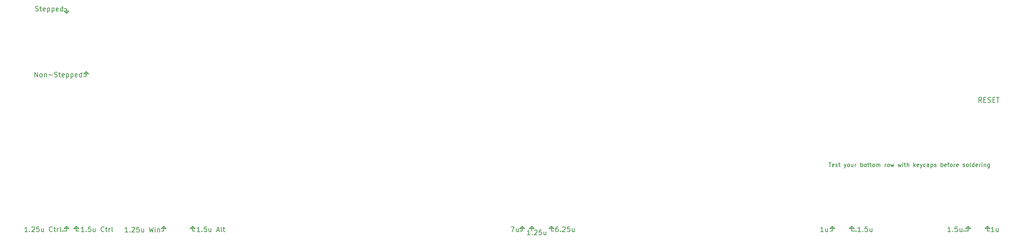
<source format=gbr>
%TF.GenerationSoftware,KiCad,Pcbnew,(6.0.2)*%
%TF.CreationDate,2022-03-07T23:58:59-05:00*%
%TF.ProjectId,FR4-universal-layout-plate,4652342d-756e-4697-9665-7273616c2d6c,rev?*%
%TF.SameCoordinates,Original*%
%TF.FileFunction,Legend,Top*%
%TF.FilePolarity,Positive*%
%FSLAX46Y46*%
G04 Gerber Fmt 4.6, Leading zero omitted, Abs format (unit mm)*
G04 Created by KiCad (PCBNEW (6.0.2)) date 2022-03-07 23:58:59*
%MOMM*%
%LPD*%
G01*
G04 APERTURE LIST*
%ADD10C,0.150000*%
%ADD11C,0.200000*%
G04 APERTURE END LIST*
D10*
X113704783Y-112514157D02*
X114895409Y-112514157D01*
X2381250Y-58340674D02*
X1785939Y-58340674D01*
X4167191Y-112514157D02*
X5357817Y-112514157D01*
X4762500Y-111918750D02*
X4167191Y-112514157D01*
X33932841Y-112514157D02*
X33337500Y-111918844D01*
X2381252Y-113109470D02*
X1190626Y-113109470D01*
X190500160Y-111918844D02*
X191095473Y-112514157D01*
X121443749Y-113109470D02*
X122039165Y-113109470D01*
X190500160Y-111918844D02*
X189904847Y-112514157D01*
X121443749Y-111918844D02*
X120848539Y-112514157D01*
X224433001Y-112514157D02*
X223242375Y-112514157D01*
X121443749Y-111918844D02*
X122039165Y-112514157D01*
X195262664Y-111918844D02*
X195262664Y-113109470D01*
X5357817Y-112514157D02*
X4762500Y-111918750D01*
X229195505Y-112514157D02*
X228004879Y-112514157D01*
X114300000Y-111918844D02*
X114895409Y-112514157D01*
X2381252Y-111918844D02*
X2976565Y-112514157D01*
X228600192Y-111918844D02*
X228600192Y-113109470D01*
X2381250Y-59531300D02*
X1785939Y-58935987D01*
X116681348Y-111918844D02*
X116086035Y-112514157D01*
X5357817Y-113109470D02*
X4762504Y-113109470D01*
X116681348Y-111918844D02*
X116681348Y-113109470D01*
X7739069Y-74414125D02*
X6548443Y-74414125D01*
X32742215Y-112514157D02*
X33932841Y-112514157D01*
X194667351Y-112514157D02*
X195857977Y-112514157D01*
X4762504Y-113109470D02*
X4762500Y-111918750D01*
X122039165Y-112514157D02*
X120848539Y-112514157D01*
X195262664Y-113109470D02*
X196453290Y-113109470D01*
X114300000Y-113109470D02*
X113704783Y-113109470D01*
X223837688Y-111918844D02*
X223242375Y-112514157D01*
X116681348Y-111918844D02*
X117276661Y-112514157D01*
X7143756Y-73818812D02*
X6548443Y-74414125D01*
X114300000Y-111918844D02*
X113704783Y-112514157D01*
X26789085Y-112514157D02*
X25598459Y-112514157D01*
X26193750Y-111918797D02*
X26789085Y-112514157D01*
X228600192Y-111918844D02*
X229195505Y-112514157D01*
X2381250Y-59531300D02*
X2976565Y-58935987D01*
X190500160Y-113109470D02*
X189904847Y-113109470D01*
X116086035Y-112514157D02*
X117276661Y-112514157D01*
X33932841Y-113109470D02*
X33337528Y-113109470D01*
X33337528Y-113109470D02*
X33337500Y-111918797D01*
X228600192Y-113109470D02*
X229195505Y-113109470D01*
X26193772Y-113109470D02*
X26193750Y-111918797D01*
X189904847Y-112514157D02*
X191095473Y-112514157D01*
X223837688Y-113109470D02*
X222647062Y-113109470D01*
X114300000Y-111918844D02*
X114300000Y-113109470D01*
X2381252Y-111918844D02*
X1785939Y-112514157D01*
X7143750Y-73818812D02*
X7143756Y-75009438D01*
X228600192Y-111918844D02*
X228004879Y-112514157D01*
X25598459Y-113109470D02*
X26193772Y-113109470D01*
X33337500Y-111918844D02*
X32742215Y-112514157D01*
X2381252Y-111918844D02*
X2381252Y-113109470D01*
X25598459Y-112514157D02*
X26193750Y-111918797D01*
X7143756Y-75009438D02*
X6548443Y-75009438D01*
X1785939Y-58935987D02*
X2976565Y-58935987D01*
X1785939Y-112514157D02*
X2976565Y-112514157D01*
X195262664Y-111918844D02*
X194667351Y-112514157D01*
X2381250Y-59531300D02*
X2381250Y-58340674D01*
X223837688Y-111918844D02*
X223837688Y-113109470D01*
X7143756Y-73818812D02*
X7739069Y-74414125D01*
X121443749Y-111918844D02*
X121443749Y-113109470D01*
X195262664Y-111918844D02*
X195857977Y-112514157D01*
X190500160Y-111918844D02*
X190500160Y-113109470D01*
X223837688Y-111918844D02*
X224433001Y-112514157D01*
D11*
X219542857Y-113242857D02*
X218857142Y-113242857D01*
X219200000Y-113242857D02*
X219200000Y-112042857D01*
X219085714Y-112214285D01*
X218971428Y-112328571D01*
X218857142Y-112385714D01*
X220057142Y-113128571D02*
X220114285Y-113185714D01*
X220057142Y-113242857D01*
X220000000Y-113185714D01*
X220057142Y-113128571D01*
X220057142Y-113242857D01*
X221200000Y-112042857D02*
X220628571Y-112042857D01*
X220571428Y-112614285D01*
X220628571Y-112557142D01*
X220742857Y-112500000D01*
X221028571Y-112500000D01*
X221142857Y-112557142D01*
X221200000Y-112614285D01*
X221257142Y-112728571D01*
X221257142Y-113014285D01*
X221200000Y-113128571D01*
X221142857Y-113185714D01*
X221028571Y-113242857D01*
X220742857Y-113242857D01*
X220628571Y-113185714D01*
X220571428Y-113128571D01*
X222285714Y-112442857D02*
X222285714Y-113242857D01*
X221771428Y-112442857D02*
X221771428Y-113071428D01*
X221828571Y-113185714D01*
X221942857Y-113242857D01*
X222114285Y-113242857D01*
X222228571Y-113185714D01*
X222285714Y-113128571D01*
X123057142Y-112042857D02*
X122828571Y-112042857D01*
X122714285Y-112100000D01*
X122657142Y-112157142D01*
X122542857Y-112328571D01*
X122485714Y-112557142D01*
X122485714Y-113014285D01*
X122542857Y-113128571D01*
X122600000Y-113185714D01*
X122714285Y-113242857D01*
X122942857Y-113242857D01*
X123057142Y-113185714D01*
X123114285Y-113128571D01*
X123171428Y-113014285D01*
X123171428Y-112728571D01*
X123114285Y-112614285D01*
X123057142Y-112557142D01*
X122942857Y-112500000D01*
X122714285Y-112500000D01*
X122600000Y-112557142D01*
X122542857Y-112614285D01*
X122485714Y-112728571D01*
X123685714Y-113128571D02*
X123742857Y-113185714D01*
X123685714Y-113242857D01*
X123628571Y-113185714D01*
X123685714Y-113128571D01*
X123685714Y-113242857D01*
X124200000Y-112157142D02*
X124257142Y-112100000D01*
X124371428Y-112042857D01*
X124657142Y-112042857D01*
X124771428Y-112100000D01*
X124828571Y-112157142D01*
X124885714Y-112271428D01*
X124885714Y-112385714D01*
X124828571Y-112557142D01*
X124142857Y-113242857D01*
X124885714Y-113242857D01*
X125971428Y-112042857D02*
X125400000Y-112042857D01*
X125342857Y-112614285D01*
X125400000Y-112557142D01*
X125514285Y-112500000D01*
X125800000Y-112500000D01*
X125914285Y-112557142D01*
X125971428Y-112614285D01*
X126028571Y-112728571D01*
X126028571Y-113014285D01*
X125971428Y-113128571D01*
X125914285Y-113185714D01*
X125800000Y-113242857D01*
X125514285Y-113242857D01*
X125400000Y-113185714D01*
X125342857Y-113128571D01*
X127057142Y-112442857D02*
X127057142Y-113242857D01*
X126542857Y-112442857D02*
X126542857Y-113071428D01*
X126600000Y-113185714D01*
X126714285Y-113242857D01*
X126885714Y-113242857D01*
X127000000Y-113185714D01*
X127057142Y-113128571D01*
X197442857Y-113242857D02*
X196757142Y-113242857D01*
X197100000Y-113242857D02*
X197100000Y-112042857D01*
X196985714Y-112214285D01*
X196871428Y-112328571D01*
X196757142Y-112385714D01*
X197957142Y-113128571D02*
X198014285Y-113185714D01*
X197957142Y-113242857D01*
X197900000Y-113185714D01*
X197957142Y-113128571D01*
X197957142Y-113242857D01*
X199100000Y-112042857D02*
X198528571Y-112042857D01*
X198471428Y-112614285D01*
X198528571Y-112557142D01*
X198642857Y-112500000D01*
X198928571Y-112500000D01*
X199042857Y-112557142D01*
X199100000Y-112614285D01*
X199157142Y-112728571D01*
X199157142Y-113014285D01*
X199100000Y-113128571D01*
X199042857Y-113185714D01*
X198928571Y-113242857D01*
X198642857Y-113242857D01*
X198528571Y-113185714D01*
X198471428Y-113128571D01*
X200185714Y-112442857D02*
X200185714Y-113242857D01*
X199671428Y-112442857D02*
X199671428Y-113071428D01*
X199728571Y-113185714D01*
X199842857Y-113242857D01*
X200014285Y-113242857D01*
X200128571Y-113185714D01*
X200185714Y-113128571D01*
X188300000Y-113242857D02*
X187614285Y-113242857D01*
X187957142Y-113242857D02*
X187957142Y-112042857D01*
X187842857Y-112214285D01*
X187728571Y-112328571D01*
X187614285Y-112385714D01*
X189328571Y-112442857D02*
X189328571Y-113242857D01*
X188814285Y-112442857D02*
X188814285Y-113071428D01*
X188871428Y-113185714D01*
X188985714Y-113242857D01*
X189157142Y-113242857D01*
X189271428Y-113185714D01*
X189328571Y-113128571D01*
X-5442857Y-75142857D02*
X-5442857Y-73942857D01*
X-4757142Y-75142857D01*
X-4757142Y-73942857D01*
X-4014285Y-75142857D02*
X-4128571Y-75085714D01*
X-4185714Y-75028571D01*
X-4242857Y-74914285D01*
X-4242857Y-74571428D01*
X-4185714Y-74457142D01*
X-4128571Y-74400000D01*
X-4014285Y-74342857D01*
X-3842857Y-74342857D01*
X-3728571Y-74400000D01*
X-3671428Y-74457142D01*
X-3614285Y-74571428D01*
X-3614285Y-74914285D01*
X-3671428Y-75028571D01*
X-3728571Y-75085714D01*
X-3842857Y-75142857D01*
X-4014285Y-75142857D01*
X-3100000Y-74342857D02*
X-3100000Y-75142857D01*
X-3100000Y-74457142D02*
X-3042857Y-74400000D01*
X-2928571Y-74342857D01*
X-2757142Y-74342857D01*
X-2642857Y-74400000D01*
X-2585714Y-74514285D01*
X-2585714Y-75142857D01*
X-2014285Y-74685714D02*
X-1100000Y-74685714D01*
X-585714Y-75085714D02*
X-414285Y-75142857D01*
X-128571Y-75142857D01*
X-14285Y-75085714D01*
X42857Y-75028571D01*
X100000Y-74914285D01*
X100000Y-74800000D01*
X42857Y-74685714D01*
X-14285Y-74628571D01*
X-128571Y-74571428D01*
X-357142Y-74514285D01*
X-471428Y-74457142D01*
X-528571Y-74400000D01*
X-585714Y-74285714D01*
X-585714Y-74171428D01*
X-528571Y-74057142D01*
X-471428Y-74000000D01*
X-357142Y-73942857D01*
X-71428Y-73942857D01*
X100000Y-74000000D01*
X442857Y-74342857D02*
X899999Y-74342857D01*
X614285Y-73942857D02*
X614285Y-74971428D01*
X671428Y-75085714D01*
X785714Y-75142857D01*
X899999Y-75142857D01*
X1757142Y-75085714D02*
X1642857Y-75142857D01*
X1414285Y-75142857D01*
X1299999Y-75085714D01*
X1242857Y-74971428D01*
X1242857Y-74514285D01*
X1299999Y-74400000D01*
X1414285Y-74342857D01*
X1642857Y-74342857D01*
X1757142Y-74400000D01*
X1814285Y-74514285D01*
X1814285Y-74628571D01*
X1242857Y-74742857D01*
X2328571Y-74342857D02*
X2328571Y-75542857D01*
X2328571Y-74400000D02*
X2442857Y-74342857D01*
X2671428Y-74342857D01*
X2785714Y-74400000D01*
X2842857Y-74457142D01*
X2899999Y-74571428D01*
X2899999Y-74914285D01*
X2842857Y-75028571D01*
X2785714Y-75085714D01*
X2671428Y-75142857D01*
X2442857Y-75142857D01*
X2328571Y-75085714D01*
X3414285Y-74342857D02*
X3414285Y-75542857D01*
X3414285Y-74400000D02*
X3528571Y-74342857D01*
X3757142Y-74342857D01*
X3871428Y-74400000D01*
X3928571Y-74457142D01*
X3985714Y-74571428D01*
X3985714Y-74914285D01*
X3928571Y-75028571D01*
X3871428Y-75085714D01*
X3757142Y-75142857D01*
X3528571Y-75142857D01*
X3414285Y-75085714D01*
X4957142Y-75085714D02*
X4842857Y-75142857D01*
X4614285Y-75142857D01*
X4499999Y-75085714D01*
X4442857Y-74971428D01*
X4442857Y-74514285D01*
X4499999Y-74400000D01*
X4614285Y-74342857D01*
X4842857Y-74342857D01*
X4957142Y-74400000D01*
X5014285Y-74514285D01*
X5014285Y-74628571D01*
X4442857Y-74742857D01*
X6042857Y-75142857D02*
X6042857Y-73942857D01*
X6042857Y-75085714D02*
X5928571Y-75142857D01*
X5699999Y-75142857D01*
X5585714Y-75085714D01*
X5528571Y-75028571D01*
X5471428Y-74914285D01*
X5471428Y-74571428D01*
X5528571Y-74457142D01*
X5585714Y-74400000D01*
X5699999Y-74342857D01*
X5928571Y-74342857D01*
X6042857Y-74400000D01*
X17400000Y-113342857D02*
X16714285Y-113342857D01*
X17057142Y-113342857D02*
X17057142Y-112142857D01*
X16942857Y-112314285D01*
X16828571Y-112428571D01*
X16714285Y-112485714D01*
X17914285Y-113228571D02*
X17971428Y-113285714D01*
X17914285Y-113342857D01*
X17857142Y-113285714D01*
X17914285Y-113228571D01*
X17914285Y-113342857D01*
X18428571Y-112257142D02*
X18485714Y-112200000D01*
X18600000Y-112142857D01*
X18885714Y-112142857D01*
X19000000Y-112200000D01*
X19057142Y-112257142D01*
X19114285Y-112371428D01*
X19114285Y-112485714D01*
X19057142Y-112657142D01*
X18371428Y-113342857D01*
X19114285Y-113342857D01*
X20200000Y-112142857D02*
X19628571Y-112142857D01*
X19571428Y-112714285D01*
X19628571Y-112657142D01*
X19742857Y-112600000D01*
X20028571Y-112600000D01*
X20142857Y-112657142D01*
X20200000Y-112714285D01*
X20257142Y-112828571D01*
X20257142Y-113114285D01*
X20200000Y-113228571D01*
X20142857Y-113285714D01*
X20028571Y-113342857D01*
X19742857Y-113342857D01*
X19628571Y-113285714D01*
X19571428Y-113228571D01*
X21285714Y-112542857D02*
X21285714Y-113342857D01*
X20771428Y-112542857D02*
X20771428Y-113171428D01*
X20828571Y-113285714D01*
X20942857Y-113342857D01*
X21114285Y-113342857D01*
X21228571Y-113285714D01*
X21285714Y-113228571D01*
X22657142Y-112142857D02*
X22942857Y-113342857D01*
X23171428Y-112485714D01*
X23400000Y-113342857D01*
X23685714Y-112142857D01*
X24142857Y-113342857D02*
X24142857Y-112542857D01*
X24142857Y-112142857D02*
X24085714Y-112200000D01*
X24142857Y-112257142D01*
X24200000Y-112200000D01*
X24142857Y-112142857D01*
X24142857Y-112257142D01*
X24714285Y-112542857D02*
X24714285Y-113342857D01*
X24714285Y-112657142D02*
X24771428Y-112600000D01*
X24885714Y-112542857D01*
X25057142Y-112542857D01*
X25171428Y-112600000D01*
X25228571Y-112714285D01*
X25228571Y-113342857D01*
X-7214285Y-113242857D02*
X-7900000Y-113242857D01*
X-7557142Y-113242857D02*
X-7557142Y-112042857D01*
X-7671428Y-112214285D01*
X-7785714Y-112328571D01*
X-7900000Y-112385714D01*
X-6700000Y-113128571D02*
X-6642857Y-113185714D01*
X-6700000Y-113242857D01*
X-6757142Y-113185714D01*
X-6700000Y-113128571D01*
X-6700000Y-113242857D01*
X-6185714Y-112157142D02*
X-6128571Y-112100000D01*
X-6014285Y-112042857D01*
X-5728571Y-112042857D01*
X-5614285Y-112100000D01*
X-5557142Y-112157142D01*
X-5500000Y-112271428D01*
X-5500000Y-112385714D01*
X-5557142Y-112557142D01*
X-6242857Y-113242857D01*
X-5500000Y-113242857D01*
X-4414285Y-112042857D02*
X-4985714Y-112042857D01*
X-5042857Y-112614285D01*
X-4985714Y-112557142D01*
X-4871428Y-112500000D01*
X-4585714Y-112500000D01*
X-4471428Y-112557142D01*
X-4414285Y-112614285D01*
X-4357142Y-112728571D01*
X-4357142Y-113014285D01*
X-4414285Y-113128571D01*
X-4471428Y-113185714D01*
X-4585714Y-113242857D01*
X-4871428Y-113242857D01*
X-4985714Y-113185714D01*
X-5042857Y-113128571D01*
X-3328571Y-112442857D02*
X-3328571Y-113242857D01*
X-3842857Y-112442857D02*
X-3842857Y-113071428D01*
X-3785714Y-113185714D01*
X-3671428Y-113242857D01*
X-3500000Y-113242857D01*
X-3385714Y-113185714D01*
X-3328571Y-113128571D01*
X-1157142Y-113128571D02*
X-1214285Y-113185714D01*
X-1385714Y-113242857D01*
X-1500000Y-113242857D01*
X-1671428Y-113185714D01*
X-1785714Y-113071428D01*
X-1842857Y-112957142D01*
X-1900000Y-112728571D01*
X-1900000Y-112557142D01*
X-1842857Y-112328571D01*
X-1785714Y-112214285D01*
X-1671428Y-112100000D01*
X-1500000Y-112042857D01*
X-1385714Y-112042857D01*
X-1214285Y-112100000D01*
X-1157142Y-112157142D01*
X-814285Y-112442857D02*
X-357142Y-112442857D01*
X-642857Y-112042857D02*
X-642857Y-113071428D01*
X-585714Y-113185714D01*
X-471428Y-113242857D01*
X-357142Y-113242857D01*
X42857Y-113242857D02*
X42857Y-112442857D01*
X42857Y-112671428D02*
X100000Y-112557142D01*
X157142Y-112500000D01*
X271428Y-112442857D01*
X385714Y-112442857D01*
X957142Y-113242857D02*
X842857Y-113185714D01*
X785714Y-113071428D01*
X785714Y-112042857D01*
X-5242857Y-58885714D02*
X-5071428Y-58942857D01*
X-4785714Y-58942857D01*
X-4671428Y-58885714D01*
X-4614285Y-58828571D01*
X-4557142Y-58714285D01*
X-4557142Y-58600000D01*
X-4614285Y-58485714D01*
X-4671428Y-58428571D01*
X-4785714Y-58371428D01*
X-5014285Y-58314285D01*
X-5128571Y-58257142D01*
X-5185714Y-58200000D01*
X-5242857Y-58085714D01*
X-5242857Y-57971428D01*
X-5185714Y-57857142D01*
X-5128571Y-57800000D01*
X-5014285Y-57742857D01*
X-4728571Y-57742857D01*
X-4557142Y-57800000D01*
X-4214285Y-58142857D02*
X-3757142Y-58142857D01*
X-4042857Y-57742857D02*
X-4042857Y-58771428D01*
X-3985714Y-58885714D01*
X-3871428Y-58942857D01*
X-3757142Y-58942857D01*
X-2899999Y-58885714D02*
X-3014285Y-58942857D01*
X-3242857Y-58942857D01*
X-3357142Y-58885714D01*
X-3414285Y-58771428D01*
X-3414285Y-58314285D01*
X-3357142Y-58200000D01*
X-3242857Y-58142857D01*
X-3014285Y-58142857D01*
X-2899999Y-58200000D01*
X-2842857Y-58314285D01*
X-2842857Y-58428571D01*
X-3414285Y-58542857D01*
X-2328571Y-58142857D02*
X-2328571Y-59342857D01*
X-2328571Y-58200000D02*
X-2214285Y-58142857D01*
X-1985714Y-58142857D01*
X-1871428Y-58200000D01*
X-1814285Y-58257142D01*
X-1757142Y-58371428D01*
X-1757142Y-58714285D01*
X-1814285Y-58828571D01*
X-1871428Y-58885714D01*
X-1985714Y-58942857D01*
X-2214285Y-58942857D01*
X-2328571Y-58885714D01*
X-1242857Y-58142857D02*
X-1242857Y-59342857D01*
X-1242857Y-58200000D02*
X-1128571Y-58142857D01*
X-900000Y-58142857D01*
X-785714Y-58200000D01*
X-728571Y-58257142D01*
X-671428Y-58371428D01*
X-671428Y-58714285D01*
X-728571Y-58828571D01*
X-785714Y-58885714D01*
X-900000Y-58942857D01*
X-1128571Y-58942857D01*
X-1242857Y-58885714D01*
X300000Y-58885714D02*
X185714Y-58942857D01*
X-42857Y-58942857D01*
X-157142Y-58885714D01*
X-214285Y-58771428D01*
X-214285Y-58314285D01*
X-157142Y-58200000D01*
X-42857Y-58142857D01*
X185714Y-58142857D01*
X300000Y-58200000D01*
X357142Y-58314285D01*
X357142Y-58428571D01*
X-214285Y-58542857D01*
X1385714Y-58942857D02*
X1385714Y-57742857D01*
X1385714Y-58885714D02*
X1271428Y-58942857D01*
X1042857Y-58942857D01*
X928571Y-58885714D01*
X871428Y-58828571D01*
X814285Y-58714285D01*
X814285Y-58371428D01*
X871428Y-58257142D01*
X928571Y-58200000D01*
X1042857Y-58142857D01*
X1271428Y-58142857D01*
X1385714Y-58200000D01*
X6657142Y-113242857D02*
X5971428Y-113242857D01*
X6314285Y-113242857D02*
X6314285Y-112042857D01*
X6200000Y-112214285D01*
X6085714Y-112328571D01*
X5971428Y-112385714D01*
X7171428Y-113128571D02*
X7228571Y-113185714D01*
X7171428Y-113242857D01*
X7114285Y-113185714D01*
X7171428Y-113128571D01*
X7171428Y-113242857D01*
X8314285Y-112042857D02*
X7742857Y-112042857D01*
X7685714Y-112614285D01*
X7742857Y-112557142D01*
X7857142Y-112500000D01*
X8142857Y-112500000D01*
X8257142Y-112557142D01*
X8314285Y-112614285D01*
X8371428Y-112728571D01*
X8371428Y-113014285D01*
X8314285Y-113128571D01*
X8257142Y-113185714D01*
X8142857Y-113242857D01*
X7857142Y-113242857D01*
X7742857Y-113185714D01*
X7685714Y-113128571D01*
X9400000Y-112442857D02*
X9400000Y-113242857D01*
X8885714Y-112442857D02*
X8885714Y-113071428D01*
X8942857Y-113185714D01*
X9057142Y-113242857D01*
X9228571Y-113242857D01*
X9342857Y-113185714D01*
X9400000Y-113128571D01*
X11571428Y-113128571D02*
X11514285Y-113185714D01*
X11342857Y-113242857D01*
X11228571Y-113242857D01*
X11057142Y-113185714D01*
X10942857Y-113071428D01*
X10885714Y-112957142D01*
X10828571Y-112728571D01*
X10828571Y-112557142D01*
X10885714Y-112328571D01*
X10942857Y-112214285D01*
X11057142Y-112100000D01*
X11228571Y-112042857D01*
X11342857Y-112042857D01*
X11514285Y-112100000D01*
X11571428Y-112157142D01*
X11914285Y-112442857D02*
X12371428Y-112442857D01*
X12085714Y-112042857D02*
X12085714Y-113071428D01*
X12142857Y-113185714D01*
X12257142Y-113242857D01*
X12371428Y-113242857D01*
X12771428Y-113242857D02*
X12771428Y-112442857D01*
X12771428Y-112671428D02*
X12828571Y-112557142D01*
X12885714Y-112500000D01*
X13000000Y-112442857D01*
X13114285Y-112442857D01*
X13685714Y-113242857D02*
X13571428Y-113185714D01*
X13514285Y-113071428D01*
X13514285Y-112042857D01*
X227157142Y-81402857D02*
X226757142Y-80831428D01*
X226471428Y-81402857D02*
X226471428Y-80202857D01*
X226928571Y-80202857D01*
X227042857Y-80260000D01*
X227100000Y-80317142D01*
X227157142Y-80431428D01*
X227157142Y-80602857D01*
X227100000Y-80717142D01*
X227042857Y-80774285D01*
X226928571Y-80831428D01*
X226471428Y-80831428D01*
X227671428Y-80774285D02*
X228071428Y-80774285D01*
X228242857Y-81402857D02*
X227671428Y-81402857D01*
X227671428Y-80202857D01*
X228242857Y-80202857D01*
X228700000Y-81345714D02*
X228871428Y-81402857D01*
X229157142Y-81402857D01*
X229271428Y-81345714D01*
X229328571Y-81288571D01*
X229385714Y-81174285D01*
X229385714Y-81060000D01*
X229328571Y-80945714D01*
X229271428Y-80888571D01*
X229157142Y-80831428D01*
X228928571Y-80774285D01*
X228814285Y-80717142D01*
X228757142Y-80660000D01*
X228700000Y-80545714D01*
X228700000Y-80431428D01*
X228757142Y-80317142D01*
X228814285Y-80260000D01*
X228928571Y-80202857D01*
X229214285Y-80202857D01*
X229385714Y-80260000D01*
X229900000Y-80774285D02*
X230300000Y-80774285D01*
X230471428Y-81402857D02*
X229900000Y-81402857D01*
X229900000Y-80202857D01*
X230471428Y-80202857D01*
X230814285Y-80202857D02*
X231500000Y-80202857D01*
X231157142Y-81402857D02*
X231157142Y-80202857D01*
X35114285Y-113242857D02*
X34428571Y-113242857D01*
X34771428Y-113242857D02*
X34771428Y-112042857D01*
X34657142Y-112214285D01*
X34542857Y-112328571D01*
X34428571Y-112385714D01*
X35628571Y-113128571D02*
X35685714Y-113185714D01*
X35628571Y-113242857D01*
X35571428Y-113185714D01*
X35628571Y-113128571D01*
X35628571Y-113242857D01*
X36771428Y-112042857D02*
X36200000Y-112042857D01*
X36142857Y-112614285D01*
X36200000Y-112557142D01*
X36314285Y-112500000D01*
X36600000Y-112500000D01*
X36714285Y-112557142D01*
X36771428Y-112614285D01*
X36828571Y-112728571D01*
X36828571Y-113014285D01*
X36771428Y-113128571D01*
X36714285Y-113185714D01*
X36600000Y-113242857D01*
X36314285Y-113242857D01*
X36200000Y-113185714D01*
X36142857Y-113128571D01*
X37857142Y-112442857D02*
X37857142Y-113242857D01*
X37342857Y-112442857D02*
X37342857Y-113071428D01*
X37400000Y-113185714D01*
X37514285Y-113242857D01*
X37685714Y-113242857D01*
X37800000Y-113185714D01*
X37857142Y-113128571D01*
X39285714Y-112900000D02*
X39857142Y-112900000D01*
X39171428Y-113242857D02*
X39571428Y-112042857D01*
X39971428Y-113242857D01*
X40542857Y-113242857D02*
X40428571Y-113185714D01*
X40371428Y-113071428D01*
X40371428Y-112042857D01*
X40828571Y-112442857D02*
X41285714Y-112442857D01*
X41000000Y-112042857D02*
X41000000Y-113071428D01*
X41057142Y-113185714D01*
X41171428Y-113242857D01*
X41285714Y-113242857D01*
X111557142Y-112042857D02*
X112357142Y-112042857D01*
X111842857Y-113242857D01*
X113328571Y-112442857D02*
X113328571Y-113242857D01*
X112814285Y-112442857D02*
X112814285Y-113071428D01*
X112871428Y-113185714D01*
X112985714Y-113242857D01*
X113157142Y-113242857D01*
X113271428Y-113185714D01*
X113328571Y-113128571D01*
X230186131Y-113242857D02*
X229500416Y-113242857D01*
X229843273Y-113242857D02*
X229843273Y-112042857D01*
X229728988Y-112214285D01*
X229614702Y-112328571D01*
X229500416Y-112385714D01*
X231214702Y-112442857D02*
X231214702Y-113242857D01*
X230700416Y-112442857D02*
X230700416Y-113071428D01*
X230757559Y-113185714D01*
X230871845Y-113242857D01*
X231043273Y-113242857D01*
X231157559Y-113185714D01*
X231214702Y-113128571D01*
X116243402Y-114042857D02*
X115557688Y-114042857D01*
X115900545Y-114042857D02*
X115900545Y-112842857D01*
X115786259Y-113014285D01*
X115671974Y-113128571D01*
X115557688Y-113185714D01*
X116757688Y-113928571D02*
X116814831Y-113985714D01*
X116757688Y-114042857D01*
X116700545Y-113985714D01*
X116757688Y-113928571D01*
X116757688Y-114042857D01*
X117271974Y-112957142D02*
X117329116Y-112900000D01*
X117443402Y-112842857D01*
X117729116Y-112842857D01*
X117843402Y-112900000D01*
X117900545Y-112957142D01*
X117957688Y-113071428D01*
X117957688Y-113185714D01*
X117900545Y-113357142D01*
X117214831Y-114042857D01*
X117957688Y-114042857D01*
X119043402Y-112842857D02*
X118471974Y-112842857D01*
X118414831Y-113414285D01*
X118471974Y-113357142D01*
X118586259Y-113300000D01*
X118871974Y-113300000D01*
X118986259Y-113357142D01*
X119043402Y-113414285D01*
X119100545Y-113528571D01*
X119100545Y-113814285D01*
X119043402Y-113928571D01*
X118986259Y-113985714D01*
X118871974Y-114042857D01*
X118586259Y-114042857D01*
X118471974Y-113985714D01*
X118414831Y-113928571D01*
X120129116Y-113242857D02*
X120129116Y-114042857D01*
X119614831Y-113242857D02*
X119614831Y-113871428D01*
X119671974Y-113985714D01*
X119786259Y-114042857D01*
X119957688Y-114042857D01*
X120071974Y-113985714D01*
X120129116Y-113928571D01*
X189590476Y-96252380D02*
X190161904Y-96252380D01*
X189876190Y-97252380D02*
X189876190Y-96252380D01*
X190876190Y-97204761D02*
X190780952Y-97252380D01*
X190590476Y-97252380D01*
X190495238Y-97204761D01*
X190447619Y-97109523D01*
X190447619Y-96728571D01*
X190495238Y-96633333D01*
X190590476Y-96585714D01*
X190780952Y-96585714D01*
X190876190Y-96633333D01*
X190923809Y-96728571D01*
X190923809Y-96823809D01*
X190447619Y-96919047D01*
X191304761Y-97204761D02*
X191400000Y-97252380D01*
X191590476Y-97252380D01*
X191685714Y-97204761D01*
X191733333Y-97109523D01*
X191733333Y-97061904D01*
X191685714Y-96966666D01*
X191590476Y-96919047D01*
X191447619Y-96919047D01*
X191352380Y-96871428D01*
X191304761Y-96776190D01*
X191304761Y-96728571D01*
X191352380Y-96633333D01*
X191447619Y-96585714D01*
X191590476Y-96585714D01*
X191685714Y-96633333D01*
X192019047Y-96585714D02*
X192400000Y-96585714D01*
X192161904Y-96252380D02*
X192161904Y-97109523D01*
X192209523Y-97204761D01*
X192304761Y-97252380D01*
X192400000Y-97252380D01*
X193400000Y-96585714D02*
X193638095Y-97252380D01*
X193876190Y-96585714D02*
X193638095Y-97252380D01*
X193542857Y-97490476D01*
X193495238Y-97538095D01*
X193400000Y-97585714D01*
X194400000Y-97252380D02*
X194304761Y-97204761D01*
X194257142Y-97157142D01*
X194209523Y-97061904D01*
X194209523Y-96776190D01*
X194257142Y-96680952D01*
X194304761Y-96633333D01*
X194400000Y-96585714D01*
X194542857Y-96585714D01*
X194638095Y-96633333D01*
X194685714Y-96680952D01*
X194733333Y-96776190D01*
X194733333Y-97061904D01*
X194685714Y-97157142D01*
X194638095Y-97204761D01*
X194542857Y-97252380D01*
X194400000Y-97252380D01*
X195590476Y-96585714D02*
X195590476Y-97252380D01*
X195161904Y-96585714D02*
X195161904Y-97109523D01*
X195209523Y-97204761D01*
X195304761Y-97252380D01*
X195447619Y-97252380D01*
X195542857Y-97204761D01*
X195590476Y-97157142D01*
X196066666Y-97252380D02*
X196066666Y-96585714D01*
X196066666Y-96776190D02*
X196114285Y-96680952D01*
X196161904Y-96633333D01*
X196257142Y-96585714D01*
X196352380Y-96585714D01*
X197447619Y-97252380D02*
X197447619Y-96252380D01*
X197447619Y-96633333D02*
X197542857Y-96585714D01*
X197733333Y-96585714D01*
X197828571Y-96633333D01*
X197876190Y-96680952D01*
X197923809Y-96776190D01*
X197923809Y-97061904D01*
X197876190Y-97157142D01*
X197828571Y-97204761D01*
X197733333Y-97252380D01*
X197542857Y-97252380D01*
X197447619Y-97204761D01*
X198495238Y-97252380D02*
X198400000Y-97204761D01*
X198352380Y-97157142D01*
X198304761Y-97061904D01*
X198304761Y-96776190D01*
X198352380Y-96680952D01*
X198400000Y-96633333D01*
X198495238Y-96585714D01*
X198638095Y-96585714D01*
X198733333Y-96633333D01*
X198780952Y-96680952D01*
X198828571Y-96776190D01*
X198828571Y-97061904D01*
X198780952Y-97157142D01*
X198733333Y-97204761D01*
X198638095Y-97252380D01*
X198495238Y-97252380D01*
X199114285Y-96585714D02*
X199495238Y-96585714D01*
X199257142Y-96252380D02*
X199257142Y-97109523D01*
X199304761Y-97204761D01*
X199400000Y-97252380D01*
X199495238Y-97252380D01*
X199685714Y-96585714D02*
X200066666Y-96585714D01*
X199828571Y-96252380D02*
X199828571Y-97109523D01*
X199876190Y-97204761D01*
X199971428Y-97252380D01*
X200066666Y-97252380D01*
X200542857Y-97252380D02*
X200447619Y-97204761D01*
X200400000Y-97157142D01*
X200352380Y-97061904D01*
X200352380Y-96776190D01*
X200400000Y-96680952D01*
X200447619Y-96633333D01*
X200542857Y-96585714D01*
X200685714Y-96585714D01*
X200780952Y-96633333D01*
X200828571Y-96680952D01*
X200876190Y-96776190D01*
X200876190Y-97061904D01*
X200828571Y-97157142D01*
X200780952Y-97204761D01*
X200685714Y-97252380D01*
X200542857Y-97252380D01*
X201304761Y-97252380D02*
X201304761Y-96585714D01*
X201304761Y-96680952D02*
X201352380Y-96633333D01*
X201447619Y-96585714D01*
X201590476Y-96585714D01*
X201685714Y-96633333D01*
X201733333Y-96728571D01*
X201733333Y-97252380D01*
X201733333Y-96728571D02*
X201780952Y-96633333D01*
X201876190Y-96585714D01*
X202019047Y-96585714D01*
X202114285Y-96633333D01*
X202161904Y-96728571D01*
X202161904Y-97252380D01*
X203400000Y-97252380D02*
X203400000Y-96585714D01*
X203400000Y-96776190D02*
X203447619Y-96680952D01*
X203495238Y-96633333D01*
X203590476Y-96585714D01*
X203685714Y-96585714D01*
X204161904Y-97252380D02*
X204066666Y-97204761D01*
X204019047Y-97157142D01*
X203971428Y-97061904D01*
X203971428Y-96776190D01*
X204019047Y-96680952D01*
X204066666Y-96633333D01*
X204161904Y-96585714D01*
X204304761Y-96585714D01*
X204400000Y-96633333D01*
X204447619Y-96680952D01*
X204495238Y-96776190D01*
X204495238Y-97061904D01*
X204447619Y-97157142D01*
X204400000Y-97204761D01*
X204304761Y-97252380D01*
X204161904Y-97252380D01*
X204828571Y-96585714D02*
X205019047Y-97252380D01*
X205209523Y-96776190D01*
X205400000Y-97252380D01*
X205590476Y-96585714D01*
X206638095Y-96585714D02*
X206828571Y-97252380D01*
X207019047Y-96776190D01*
X207209523Y-97252380D01*
X207400000Y-96585714D01*
X207780952Y-97252380D02*
X207780952Y-96585714D01*
X207780952Y-96252380D02*
X207733333Y-96300000D01*
X207780952Y-96347619D01*
X207828571Y-96300000D01*
X207780952Y-96252380D01*
X207780952Y-96347619D01*
X208114285Y-96585714D02*
X208495238Y-96585714D01*
X208257142Y-96252380D02*
X208257142Y-97109523D01*
X208304761Y-97204761D01*
X208400000Y-97252380D01*
X208495238Y-97252380D01*
X208828571Y-97252380D02*
X208828571Y-96252380D01*
X209257142Y-97252380D02*
X209257142Y-96728571D01*
X209209523Y-96633333D01*
X209114285Y-96585714D01*
X208971428Y-96585714D01*
X208876190Y-96633333D01*
X208828571Y-96680952D01*
X210495238Y-97252380D02*
X210495238Y-96252380D01*
X210590476Y-96871428D02*
X210876190Y-97252380D01*
X210876190Y-96585714D02*
X210495238Y-96966666D01*
X211685714Y-97204761D02*
X211590476Y-97252380D01*
X211400000Y-97252380D01*
X211304761Y-97204761D01*
X211257142Y-97109523D01*
X211257142Y-96728571D01*
X211304761Y-96633333D01*
X211400000Y-96585714D01*
X211590476Y-96585714D01*
X211685714Y-96633333D01*
X211733333Y-96728571D01*
X211733333Y-96823809D01*
X211257142Y-96919047D01*
X212066666Y-96585714D02*
X212304761Y-97252380D01*
X212542857Y-96585714D02*
X212304761Y-97252380D01*
X212209523Y-97490476D01*
X212161904Y-97538095D01*
X212066666Y-97585714D01*
X213352380Y-97204761D02*
X213257142Y-97252380D01*
X213066666Y-97252380D01*
X212971428Y-97204761D01*
X212923809Y-97157142D01*
X212876190Y-97061904D01*
X212876190Y-96776190D01*
X212923809Y-96680952D01*
X212971428Y-96633333D01*
X213066666Y-96585714D01*
X213257142Y-96585714D01*
X213352380Y-96633333D01*
X214209523Y-97252380D02*
X214209523Y-96728571D01*
X214161904Y-96633333D01*
X214066666Y-96585714D01*
X213876190Y-96585714D01*
X213780952Y-96633333D01*
X214209523Y-97204761D02*
X214114285Y-97252380D01*
X213876190Y-97252380D01*
X213780952Y-97204761D01*
X213733333Y-97109523D01*
X213733333Y-97014285D01*
X213780952Y-96919047D01*
X213876190Y-96871428D01*
X214114285Y-96871428D01*
X214209523Y-96823809D01*
X214685714Y-96585714D02*
X214685714Y-97585714D01*
X214685714Y-96633333D02*
X214780952Y-96585714D01*
X214971428Y-96585714D01*
X215066666Y-96633333D01*
X215114285Y-96680952D01*
X215161904Y-96776190D01*
X215161904Y-97061904D01*
X215114285Y-97157142D01*
X215066666Y-97204761D01*
X214971428Y-97252380D01*
X214780952Y-97252380D01*
X214685714Y-97204761D01*
X215542857Y-97204761D02*
X215638095Y-97252380D01*
X215828571Y-97252380D01*
X215923809Y-97204761D01*
X215971428Y-97109523D01*
X215971428Y-97061904D01*
X215923809Y-96966666D01*
X215828571Y-96919047D01*
X215685714Y-96919047D01*
X215590476Y-96871428D01*
X215542857Y-96776190D01*
X215542857Y-96728571D01*
X215590476Y-96633333D01*
X215685714Y-96585714D01*
X215828571Y-96585714D01*
X215923809Y-96633333D01*
X217161904Y-97252380D02*
X217161904Y-96252380D01*
X217161904Y-96633333D02*
X217257142Y-96585714D01*
X217447619Y-96585714D01*
X217542857Y-96633333D01*
X217590476Y-96680952D01*
X217638095Y-96776190D01*
X217638095Y-97061904D01*
X217590476Y-97157142D01*
X217542857Y-97204761D01*
X217447619Y-97252380D01*
X217257142Y-97252380D01*
X217161904Y-97204761D01*
X218447619Y-97204761D02*
X218352380Y-97252380D01*
X218161904Y-97252380D01*
X218066666Y-97204761D01*
X218019047Y-97109523D01*
X218019047Y-96728571D01*
X218066666Y-96633333D01*
X218161904Y-96585714D01*
X218352380Y-96585714D01*
X218447619Y-96633333D01*
X218495238Y-96728571D01*
X218495238Y-96823809D01*
X218019047Y-96919047D01*
X218780952Y-96585714D02*
X219161904Y-96585714D01*
X218923809Y-97252380D02*
X218923809Y-96395238D01*
X218971428Y-96300000D01*
X219066666Y-96252380D01*
X219161904Y-96252380D01*
X219638095Y-97252380D02*
X219542857Y-97204761D01*
X219495238Y-97157142D01*
X219447619Y-97061904D01*
X219447619Y-96776190D01*
X219495238Y-96680952D01*
X219542857Y-96633333D01*
X219638095Y-96585714D01*
X219780952Y-96585714D01*
X219876190Y-96633333D01*
X219923809Y-96680952D01*
X219971428Y-96776190D01*
X219971428Y-97061904D01*
X219923809Y-97157142D01*
X219876190Y-97204761D01*
X219780952Y-97252380D01*
X219638095Y-97252380D01*
X220400000Y-97252380D02*
X220400000Y-96585714D01*
X220400000Y-96776190D02*
X220447619Y-96680952D01*
X220495238Y-96633333D01*
X220590476Y-96585714D01*
X220685714Y-96585714D01*
X221400000Y-97204761D02*
X221304761Y-97252380D01*
X221114285Y-97252380D01*
X221019047Y-97204761D01*
X220971428Y-97109523D01*
X220971428Y-96728571D01*
X221019047Y-96633333D01*
X221114285Y-96585714D01*
X221304761Y-96585714D01*
X221400000Y-96633333D01*
X221447619Y-96728571D01*
X221447619Y-96823809D01*
X220971428Y-96919047D01*
X222590476Y-97204761D02*
X222685714Y-97252380D01*
X222876190Y-97252380D01*
X222971428Y-97204761D01*
X223019047Y-97109523D01*
X223019047Y-97061904D01*
X222971428Y-96966666D01*
X222876190Y-96919047D01*
X222733333Y-96919047D01*
X222638095Y-96871428D01*
X222590476Y-96776190D01*
X222590476Y-96728571D01*
X222638095Y-96633333D01*
X222733333Y-96585714D01*
X222876190Y-96585714D01*
X222971428Y-96633333D01*
X223590476Y-97252380D02*
X223495238Y-97204761D01*
X223447619Y-97157142D01*
X223400000Y-97061904D01*
X223400000Y-96776190D01*
X223447619Y-96680952D01*
X223495238Y-96633333D01*
X223590476Y-96585714D01*
X223733333Y-96585714D01*
X223828571Y-96633333D01*
X223876190Y-96680952D01*
X223923809Y-96776190D01*
X223923809Y-97061904D01*
X223876190Y-97157142D01*
X223828571Y-97204761D01*
X223733333Y-97252380D01*
X223590476Y-97252380D01*
X224495238Y-97252380D02*
X224400000Y-97204761D01*
X224352380Y-97109523D01*
X224352380Y-96252380D01*
X225304761Y-97252380D02*
X225304761Y-96252380D01*
X225304761Y-97204761D02*
X225209523Y-97252380D01*
X225019047Y-97252380D01*
X224923809Y-97204761D01*
X224876190Y-97157142D01*
X224828571Y-97061904D01*
X224828571Y-96776190D01*
X224876190Y-96680952D01*
X224923809Y-96633333D01*
X225019047Y-96585714D01*
X225209523Y-96585714D01*
X225304761Y-96633333D01*
X226161904Y-97204761D02*
X226066666Y-97252380D01*
X225876190Y-97252380D01*
X225780952Y-97204761D01*
X225733333Y-97109523D01*
X225733333Y-96728571D01*
X225780952Y-96633333D01*
X225876190Y-96585714D01*
X226066666Y-96585714D01*
X226161904Y-96633333D01*
X226209523Y-96728571D01*
X226209523Y-96823809D01*
X225733333Y-96919047D01*
X226638095Y-97252380D02*
X226638095Y-96585714D01*
X226638095Y-96776190D02*
X226685714Y-96680952D01*
X226733333Y-96633333D01*
X226828571Y-96585714D01*
X226923809Y-96585714D01*
X227257142Y-97252380D02*
X227257142Y-96585714D01*
X227257142Y-96252380D02*
X227209523Y-96300000D01*
X227257142Y-96347619D01*
X227304761Y-96300000D01*
X227257142Y-96252380D01*
X227257142Y-96347619D01*
X227733333Y-96585714D02*
X227733333Y-97252380D01*
X227733333Y-96680952D02*
X227780952Y-96633333D01*
X227876190Y-96585714D01*
X228019047Y-96585714D01*
X228114285Y-96633333D01*
X228161904Y-96728571D01*
X228161904Y-97252380D01*
X229066666Y-96585714D02*
X229066666Y-97395238D01*
X229019047Y-97490476D01*
X228971428Y-97538095D01*
X228876190Y-97585714D01*
X228733333Y-97585714D01*
X228638095Y-97538095D01*
X229066666Y-97204761D02*
X228971428Y-97252380D01*
X228780952Y-97252380D01*
X228685714Y-97204761D01*
X228638095Y-97157142D01*
X228590476Y-97061904D01*
X228590476Y-96776190D01*
X228638095Y-96680952D01*
X228685714Y-96633333D01*
X228780952Y-96585714D01*
X228971428Y-96585714D01*
X229066666Y-96633333D01*
M02*

</source>
